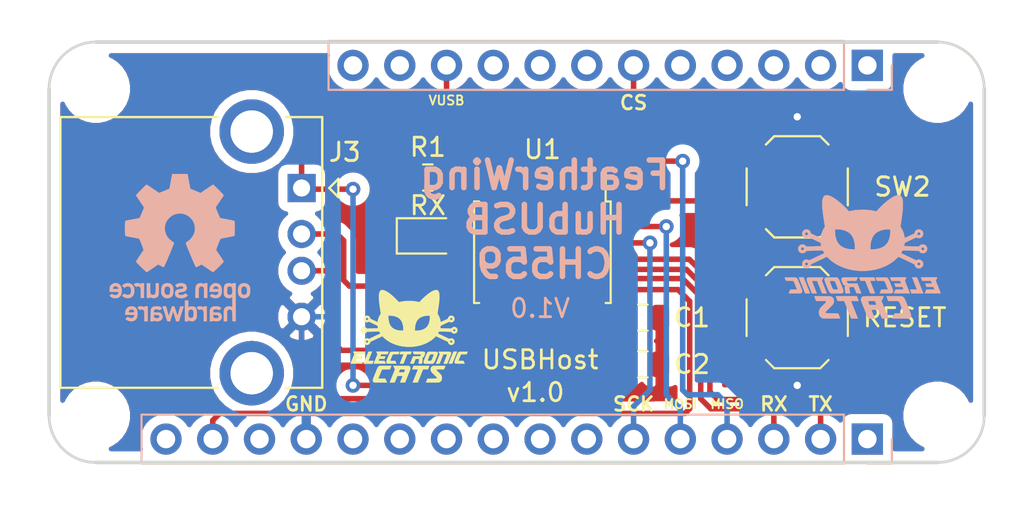
<source format=kicad_pcb>
(kicad_pcb (version 20171130) (host pcbnew "(5.1.5-0-10_14)")
  (layers (0 F.Cu signal) (31 B.Cu signal) (34 B.Paste user) (35 F.Paste user) (36 B.SilkS user) (37 F.SilkS user) (38 B.Mask user) (39 F.Mask user) (44 Edge.Cuts user))
  (net 0 "")
  (net 1 /TX)
  (net 2 /RX)
  (net 3 GND)
  (net 4 +3V3)
  (net 5 VBUS)
  (net 6 "Net-(J3-Pad5)")
  (net 7 /RST)
  (net 8 /PROG)
  (net 9 "Net-(U1-Pad13)")
  (net 10 "Net-(U1-Pad12)")
  (net 11 "Net-(U1-Pad11)")
  (net 12 "Net-(U1-Pad10)")
  (net 13 "Net-(U1-Pad8)")
  (net 14 "Net-(U1-Pad1)")
  (net 15 "Net-(J1-Pad1)")
  (net 16 "Net-(J1-Pad7)")
  (net 17 "Net-(J1-Pad8)")
  (net 18 "Net-(J1-Pad9)")
  (net 19 "Net-(J1-Pad10)")
  (net 20 "Net-(J1-Pad11)")
  (net 21 "Net-(J1-Pad12)")
  (net 22 "Net-(J1-Pad14)")
  (net 23 "Net-(J2-Pad1)")
  (net 24 "Net-(J2-Pad2)")
  (net 25 "Net-(J2-Pad3)")
  (net 26 "Net-(J2-Pad4)")
  (net 27 "Net-(J2-Pad5)")
  (net 28 "Net-(J2-Pad7)")
  (net 29 "Net-(J2-Pad8)")
  (net 30 "Net-(J2-Pad9)")
  (net 31 "Net-(J2-Pad11)")
  (net 32 "Net-(J2-Pad12)")
  (net 33 /D-)
  (net 34 /D+)
  (net 35 "Net-(J1-Pad16)")
  (net 36 /LED)
  (net 37 "Net-(D1-Pad1)")
  (net 38 /MISO)
  (net 39 /MOSI)
  (net 40 /SCK)
  (net 41 /CS)
  (module Button_Switch_SMD:SW_SPST_TL3342 (layer F.Cu) (at 66.04 33.274)
    (fp_text reference SW2 (at 5.715 0 180) (layer F.SilkS))
    (fp_text value DOWNLOADER)
    (pad 2 smd rect (at 3.15 1.9) (size 1.7 1) (layers F.Cu F.Paste F.Mask) (net 3 GND))
    (pad 2 smd rect (at -3.15 1.9) (size 1.7 1) (layers F.Cu F.Paste F.Mask) (net 3 GND))
    (pad 1 smd rect (at 3.15 -1.9) (size 1.7 1) (layers F.Cu F.Paste F.Mask) (net 8 /PROG))
    (pad 1 smd rect (at -3.15 -1.9) (size 1.7 1) (layers F.Cu F.Paste F.Mask) (net 8 /PROG))
  )
  (module Connector_USB:USB_A_CONNFLY_DS1095-WNR0 (layer F.Cu) (at 39.116 33.3375 270)
    (fp_text reference J3 (at -1.95 -2.35 180) (layer F.SilkS))
    (fp_text value USB_A)
    (pad 4 thru_hole circle (at 7 0 270) (size 1.524 1.524) (drill 0.92) (layers *.Cu *.Mask) (net 3 GND))
    (pad 3 thru_hole circle (at 4.5 0 270) (size 1.524 1.524) (drill 0.92) (layers *.Cu *.Mask) (net 34 /D+))
    (pad 2 thru_hole circle (at 2.5 0 270) (size 1.524 1.524) (drill 0.92) (layers *.Cu *.Mask) (net 33 /D-))
    (pad 1 thru_hole rect (at 0 0 270) (size 1.524 1.524) (drill 0.92) (layers *.Cu *.Mask) (net 5 VBUS))
    (pad 5 thru_hole circle (at -3.07 2.71 270) (size 3.5 3.5) (drill 2.3) (layers *.Cu *.Mask) (net 6 "Net-(J3-Pad5)"))
    (pad 5 thru_hole circle (at 10.07 2.71 270) (size 3.5 3.5) (drill 2.3) (layers *.Cu *.Mask) (net 6 "Net-(J3-Pad5)"))
  )
  (module Connector_PinHeader_2.54mm:PinHeader_1x16_P2.54mm_Vertical (layer B.Cu) (at 69.85 46.99 90)
    (fp_text reference J1 hide)
    (fp_text value "feather long" hide)
    (pad 1 thru_hole rect (at 0 0 90) (size 1.7 1.7) (drill 1) (layers *.Cu *.Mask) (net 15 "Net-(J1-Pad1)"))
    (pad 2 thru_hole oval (at 0 -2.54 90) (size 1.7 1.7) (drill 1) (layers *.Cu *.Mask) (net 1 /TX))
    (pad 3 thru_hole oval (at 0 -5.08 90) (size 1.7 1.7) (drill 1) (layers *.Cu *.Mask) (net 2 /RX))
    (pad 4 thru_hole oval (at 0 -7.62 90) (size 1.7 1.7) (drill 1) (layers *.Cu *.Mask) (net 38 /MISO))
    (pad 5 thru_hole oval (at 0 -10.16 90) (size 1.7 1.7) (drill 1) (layers *.Cu *.Mask) (net 39 /MOSI))
    (pad 6 thru_hole oval (at 0 -12.7 90) (size 1.7 1.7) (drill 1) (layers *.Cu *.Mask) (net 40 /SCK))
    (pad 7 thru_hole oval (at 0 -15.24 90) (size 1.7 1.7) (drill 1) (layers *.Cu *.Mask) (net 16 "Net-(J1-Pad7)"))
    (pad 8 thru_hole oval (at 0 -17.78 90) (size 1.7 1.7) (drill 1) (layers *.Cu *.Mask) (net 17 "Net-(J1-Pad8)"))
    (pad 9 thru_hole oval (at 0 -20.32 90) (size 1.7 1.7) (drill 1) (layers *.Cu *.Mask) (net 18 "Net-(J1-Pad9)"))
    (pad 10 thru_hole oval (at 0 -22.86 90) (size 1.7 1.7) (drill 1) (layers *.Cu *.Mask) (net 19 "Net-(J1-Pad10)"))
    (pad 11 thru_hole oval (at 0 -25.4 90) (size 1.7 1.7) (drill 1) (layers *.Cu *.Mask) (net 20 "Net-(J1-Pad11)"))
    (pad 12 thru_hole oval (at 0 -27.94 90) (size 1.7 1.7) (drill 1) (layers *.Cu *.Mask) (net 21 "Net-(J1-Pad12)"))
    (pad 13 thru_hole oval (at 0 -30.48 90) (size 1.7 1.7) (drill 1) (layers *.Cu *.Mask) (net 3 GND))
    (pad 14 thru_hole oval (at 0 -33.02 90) (size 1.7 1.7) (drill 1) (layers *.Cu *.Mask) (net 22 "Net-(J1-Pad14)"))
    (pad 15 thru_hole oval (at 0 -35.56 90) (size 1.7 1.7) (drill 1) (layers *.Cu *.Mask) (net 4 +3V3))
    (pad 16 thru_hole oval (at 0 -38.1 90) (size 1.7 1.7) (drill 1) (layers *.Cu *.Mask) (net 35 "Net-(J1-Pad16)"))
  )
  (module Aesthetics:electronic_cats_logo_4x3 (layer F.Cu) (at 44.958 41.402)
    (fp_text reference G*** hide)
    (fp_text value LOGO hide)
  )
  (module Symbol:OSHW-Logo_7.5x8mm_SilkScreen (layer B.Cu) (at 32.512 36.576 180)
    (fp_text reference REF** hide)
    (fp_text value OSHW-Logo_7.5x8mm_SilkScreen hide)
  )
  (module Aesthetics:electronic_cats_logo_8x6 (layer B.Cu) (at 69.596 37.084 180)
    (fp_text reference G*** hide)
    (fp_text value LOGO hide)
  )
  (module Resistor_SMD:R_0805_2012Metric (layer F.Cu) (at 45.974 32.766)
    (fp_text reference R1 (at 0 -1.65 180) (layer F.SilkS))
    (fp_text value 1K)
    (pad 2 smd roundrect (at 0.9375 0) (size 0.975 1.4) (layers F.Cu F.Paste F.Mask) (net 3 GND))
    (pad 1 smd roundrect (at -0.9375 0) (size 0.975 1.4) (layers F.Cu F.Paste F.Mask) (net 37 "Net-(D1-Pad1)"))
  )
  (module LED_SMD:LED_0805_2012Metric (layer F.Cu) (at 45.974 35.941)
    (fp_text reference RX (at 0 -1.65) (layer F.SilkS))
    (fp_text value LED)
    (pad 2 smd roundrect (at 0.9375 0) (size 0.975 1.4) (layers F.Cu F.Paste F.Mask) (net 36 /LED))
    (pad 1 smd roundrect (at -0.9375 0) (size 0.975 1.4) (layers F.Cu F.Paste F.Mask) (net 37 "Net-(D1-Pad1)"))
  )
  (module Connector_USB:USB_A_CONNFLY_DS1095-WNR0 (layer F.Cu) (at 39.116 33.3375 270)
    (fp_text reference J3 (at -1.95 -2.35 180) (layer F.SilkS))
    (fp_text value USB_A)
    (pad 4 thru_hole circle (at 7 0 270) (size 1.524 1.524) (drill 0.92) (layers *.Cu *.Mask) (net 3 GND))
    (pad 3 thru_hole circle (at 4.5 0 270) (size 1.524 1.524) (drill 0.92) (layers *.Cu *.Mask) (net 34 /D+))
    (pad 2 thru_hole circle (at 2.5 0 270) (size 1.524 1.524) (drill 0.92) (layers *.Cu *.Mask) (net 33 /D-))
    (pad 1 thru_hole rect (at 0 0 270) (size 1.524 1.524) (drill 0.92) (layers *.Cu *.Mask) (net 5 VBUS))
    (pad 5 thru_hole circle (at -3.07 2.71 270) (size 3.5 3.5) (drill 2.3) (layers *.Cu *.Mask) (net 6 "Net-(J3-Pad5)"))
    (pad 5 thru_hole circle (at 10.07 2.71 270) (size 3.5 3.5) (drill 2.3) (layers *.Cu *.Mask) (net 6 "Net-(J3-Pad5)"))
  )
  (module Capacitor_SMD:C_0805_2012Metric (layer F.Cu) (at 57.658 42.926)
    (fp_text reference C2 (at 2.667 0 180) (layer F.SilkS))
    (fp_text value 3.3uF)
    (pad 2 smd roundrect (at 0.9375 0) (size 0.975 1.4) (layers F.Cu F.Paste F.Mask) (net 3 GND))
    (pad 1 smd roundrect (at -0.9375 0) (size 0.975 1.4) (layers F.Cu F.Paste F.Mask) (net 5 VBUS))
  )
  (module Package_SO:SSOP-20_5.3x7.2mm_P0.65mm (layer F.Cu) (at 52.197 36.83 270)
    (fp_text reference U1 (at -5.588 0) (layer F.SilkS))
    (fp_text value CH559T)
    (pad 20 smd roundrect (at 3.5 -2.925 270) (size 1.9 0.5) (layers F.Cu F.Paste F.Mask) (net 4 +3V3))
    (pad 19 smd roundrect (at 3.5 -2.275 270) (size 1.9 0.5) (layers F.Cu F.Paste F.Mask) (net 5 VBUS))
    (pad 18 smd roundrect (at 3.5 -1.625 270) (size 1.9 0.5) (layers F.Cu F.Paste F.Mask) (net 3 GND))
    (pad 17 smd roundrect (at 3.5 -0.975 270) (size 1.9 0.5) (layers F.Cu F.Paste F.Mask) (net 2 /RX))
    (pad 16 smd roundrect (at 3.5 -0.325 270) (size 1.9 0.5) (layers F.Cu F.Paste F.Mask) (net 1 /TX))
    (pad 15 smd roundrect (at 3.5 0.325 270) (size 1.9 0.5) (layers F.Cu F.Paste F.Mask) (net 33 /D-))
    (pad 14 smd roundrect (at 3.5 0.975 270) (size 1.9 0.5) (layers F.Cu F.Paste F.Mask) (net 34 /D+))
    (pad 13 smd roundrect (at 3.5 1.625 270) (size 1.9 0.5) (layers F.Cu F.Paste F.Mask) (net 9 "Net-(U1-Pad13)"))
    (pad 12 smd roundrect (at 3.5 2.275 270) (size 1.9 0.5) (layers F.Cu F.Paste F.Mask) (net 10 "Net-(U1-Pad12)"))
    (pad 11 smd roundrect (at 3.5 2.925 270) (size 1.9 0.5) (layers F.Cu F.Paste F.Mask) (net 11 "Net-(U1-Pad11)"))
    (pad 10 smd roundrect (at -3.5 2.925 270) (size 1.9 0.5) (layers F.Cu F.Paste F.Mask) (net 12 "Net-(U1-Pad10)"))
    (pad 9 smd roundrect (at -3.5 2.275 270) (size 1.9 0.5) (layers F.Cu F.Paste F.Mask) (net 8 /PROG))
    (pad 8 smd roundrect (at -3.5 1.625 270) (size 1.9 0.5) (layers F.Cu F.Paste F.Mask) (net 13 "Net-(U1-Pad8)"))
    (pad 7 smd roundrect (at -3.5 0.975 270) (size 1.9 0.5) (layers F.Cu F.Paste F.Mask) (net 36 /LED))
    (pad 6 smd roundrect (at -3.5 0.325 270) (size 1.9 0.5) (layers F.Cu F.Paste F.Mask) (net 7 /RST))
    (pad 5 smd roundrect (at -3.5 -0.325 270) (size 1.9 0.5) (layers F.Cu F.Paste F.Mask) (net 40 /SCK))
    (pad 4 smd roundrect (at -3.5 -0.975 270) (size 1.9 0.5) (layers F.Cu F.Paste F.Mask) (net 38 /MISO))
    (pad 3 smd roundrect (at -3.5 -1.625 270) (size 1.9 0.5) (layers F.Cu F.Paste F.Mask) (net 39 /MOSI))
    (pad 2 smd roundrect (at -3.5 -2.275 270) (size 1.9 0.5) (layers F.Cu F.Paste F.Mask) (net 41 /CS))
    (pad 1 smd roundrect (at -3.5 -2.925 270) (size 1.9 0.5) (layers F.Cu F.Paste F.Mask) (net 14 "Net-(U1-Pad1)"))
  )
  (module Button_Switch_SMD:SW_SPST_TL3342 (layer F.Cu) (at 66.04 33.274)
    (fp_text reference SW2 (at 5.715 0 180) (layer F.SilkS))
    (fp_text value DOWNLOADER)
    (pad 2 smd rect (at 3.15 1.9) (size 1.7 1) (layers F.Cu F.Paste F.Mask) (net 3 GND))
    (pad 2 smd rect (at -3.15 1.9) (size 1.7 1) (layers F.Cu F.Paste F.Mask) (net 3 GND))
    (pad 1 smd rect (at 3.15 -1.9) (size 1.7 1) (layers F.Cu F.Paste F.Mask) (net 8 /PROG))
    (pad 1 smd rect (at -3.15 -1.9) (size 1.7 1) (layers F.Cu F.Paste F.Mask) (net 8 /PROG))
  )
  (module Button_Switch_SMD:SW_SPST_TL3342 (layer F.Cu) (at 66.04 40.386)
    (fp_text reference RESET (at 5.842 0 180) (layer F.SilkS))
    (fp_text value RESET)
    (pad 2 smd rect (at 3.15 1.9) (size 1.7 1) (layers F.Cu F.Paste F.Mask) (net 3 GND))
    (pad 2 smd rect (at -3.15 1.9) (size 1.7 1) (layers F.Cu F.Paste F.Mask) (net 3 GND))
    (pad 1 smd rect (at 3.15 -1.9) (size 1.7 1) (layers F.Cu F.Paste F.Mask) (net 7 /RST))
    (pad 1 smd rect (at -3.15 -1.9) (size 1.7 1) (layers F.Cu F.Paste F.Mask) (net 7 /RST))
  )
  (module Capacitor_SMD:C_0805_2012Metric (layer F.Cu) (at 57.658 40.386)
    (fp_text reference C1 (at 2.667 0 180) (layer F.SilkS))
    (fp_text value 0.1uF)
    (pad 2 smd roundrect (at 0.9375 0) (size 0.975 1.4) (layers F.Cu F.Paste F.Mask) (net 3 GND))
    (pad 1 smd roundrect (at -0.9375 0) (size 0.975 1.4) (layers F.Cu F.Paste F.Mask) (net 4 +3V3))
  )
  (module MountingHole:MountingHole_2.7mm_M2.5 (layer F.Cu) (at 73.66 27.94)
    (fp_text reference REF** hide)
    (fp_text value MountingHole_2.7mm_M2.5 hide)
    (pad 1 np_thru_hole circle (at 0 0) (size 2.7 2.7) (drill 2.7) (layers *.Cu *.Mask))
  )
  (module MountingHole:MountingHole_2.7mm_M2.5 (layer F.Cu) (at 73.66 45.72)
    (fp_text reference REF** hide)
    (fp_text value MountingHole_2.7mm_M2.5 hide)
    (pad 1 np_thru_hole circle (at 0 0) (size 2.7 2.7) (drill 2.7) (layers *.Cu *.Mask))
  )
  (module MountingHole:MountingHole_2.7mm_M2.5 (layer F.Cu) (at 27.94 45.72)
    (fp_text reference REF** hide)
    (fp_text value MountingHole_2.7mm_M2.5 hide)
    (pad 1 np_thru_hole circle (at 0 0) (size 2.7 2.7) (drill 2.7) (layers *.Cu *.Mask))
  )
  (module MountingHole:MountingHole_2.7mm_M2.5 (layer F.Cu) (at 27.94 27.94)
    (fp_text reference REF** hide)
    (fp_text value MountingHole_2.7mm_M2.5 hide)
    (pad 1 np_thru_hole circle (at 0 0) (size 2.7 2.7) (drill 2.7) (layers *.Cu *.Mask))
  )
  (module Connector_PinHeader_2.54mm:PinHeader_1x12_P2.54mm_Vertical (layer B.Cu) (at 69.85 26.67 90)
    (fp_text reference J2 hide)
    (fp_text value "feather short" hide)
    (pad 1 thru_hole rect (at 0 0 90) (size 1.7 1.7) (drill 1) (layers *.Cu *.Mask) (net 23 "Net-(J2-Pad1)"))
    (pad 2 thru_hole oval (at 0 -2.54 90) (size 1.7 1.7) (drill 1) (layers *.Cu *.Mask) (net 24 "Net-(J2-Pad2)"))
    (pad 3 thru_hole oval (at 0 -5.08 90) (size 1.7 1.7) (drill 1) (layers *.Cu *.Mask) (net 25 "Net-(J2-Pad3)"))
    (pad 4 thru_hole oval (at 0 -7.62 90) (size 1.7 1.7) (drill 1) (layers *.Cu *.Mask) (net 26 "Net-(J2-Pad4)"))
    (pad 5 thru_hole oval (at 0 -10.16 90) (size 1.7 1.7) (drill 1) (layers *.Cu *.Mask) (net 27 "Net-(J2-Pad5)"))
    (pad 6 thru_hole oval (at 0 -12.7 90) (size 1.7 1.7) (drill 1) (layers *.Cu *.Mask) (net 41 /CS))
    (pad 7 thru_hole oval (at 0 -15.24 90) (size 1.7 1.7) (drill 1) (layers *.Cu *.Mask) (net 28 "Net-(J2-Pad7)"))
    (pad 8 thru_hole oval (at 0 -17.78 90) (size 1.7 1.7) (drill 1) (layers *.Cu *.Mask) (net 29 "Net-(J2-Pad8)"))
    (pad 9 thru_hole oval (at 0 -20.32 90) (size 1.7 1.7) (drill 1) (layers *.Cu *.Mask) (net 30 "Net-(J2-Pad9)"))
    (pad 10 thru_hole oval (at 0 -22.86 90) (size 1.7 1.7) (drill 1) (layers *.Cu *.Mask) (net 5 VBUS))
    (pad 11 thru_hole oval (at 0 -25.4 90) (size 1.7 1.7) (drill 1) (layers *.Cu *.Mask) (net 31 "Net-(J2-Pad11)"))
    (pad 12 thru_hole oval (at 0 -27.94 90) (size 1.7 1.7) (drill 1) (layers *.Cu *.Mask) (net 32 "Net-(J2-Pad12)"))
  )
  (gr_text V1.0 (at 52.07 39.878) (layer B.SilkS) (effects (font (size 1 1)) (justify mirror)))
  (gr_text v1.0 (at 51.816 44.45) (layer F.SilkS) (effects (font (size 1 1))))
  (gr_text USBHost (at 52.07 42.672) (layer F.SilkS) (effects (font (size 1 1))))
  (gr_text CS (at 57.15 28.702) (layer F.SilkS) (effects (font (size 0.75 0.75))))
  (gr_text "FeatherWing\nHubUSB\nCH559" (at 52.324 35.052) (layer B.SilkS) (effects (font (size 1.5 1.5) (thickness 0.3)) (justify mirror)))
  (gr_text VUSB (at 46.99 28.575) (layer F.SilkS) (effects (font (size 0.5 0.5) (thickness 0.1))))
  (gr_text TX (at 67.31 45.085) (layer F.SilkS) (effects (font (size 0.75 0.75))))
  (gr_text RX (at 64.77 45.085) (layer F.SilkS) (effects (font (size 0.75 0.75))))
  (gr_text MISO (at 62.23 45.085) (layer F.SilkS) (effects (font (size 0.5 0.5) (thickness 0.1))))
  (gr_text MOSI (at 59.69 45.085) (layer F.SilkS) (effects (font (size 0.5 0.5) (thickness 0.1))))
  (gr_text SCK (at 57.15 45.085) (layer F.SilkS) (effects (font (size 0.75 0.75))))
  (gr_text GND (at 39.37 45.085) (layer F.SilkS) (effects (font (size 0.75 0.75))))
  (gr_arc (start 73.66 27.94) (end 76.2 27.94) (angle -90) (layer Edge.Cuts) (width 0.15))
  (gr_arc (start 73.66 45.72) (end 73.66 48.26) (angle -90) (layer Edge.Cuts) (width 0.15))
  (gr_arc (start 27.94 45.72) (end 25.4 45.72) (angle -90) (layer Edge.Cuts) (width 0.15))
  (gr_arc (start 27.94 27.94) (end 27.94 25.4) (angle -90) (layer Edge.Cuts) (width 0.15))
  (gr_line (start 25.4 45.72) (end 25.4 27.94) (layer Edge.Cuts) (width 0.2))
  (gr_line (start 73.66 48.26) (end 27.94 48.26) (layer Edge.Cuts) (width 0.2))
  (gr_line (start 76.2 27.94) (end 76.2 45.72) (layer Edge.Cuts) (width 0.2))
  (gr_line (start 27.94 25.4) (end 73.66 25.4) (layer Edge.Cuts) (width 0.2))
  (segment (start 52.59699 40.25501) (end 52.522 40.33) (width 0.25) (layer F.Cu) (net 1))
  (segment (start 67.31 45.212) (end 67.31 46.99) (width 0.3) (layer F.Cu) (net 1))
  (segment (start 67.31 45.085) (end 67.31 45.212) (width 0.3) (layer F.Cu) (net 1))
  (segment (start 61.71401 44.83899) (end 67.06399 44.83899) (width 0.3) (layer F.Cu) (net 1))
  (segment (start 52.522 40.33) (end 52.522 38.46488) (width 0.3) (layer F.Cu) (net 1))
  (segment (start 53.2249 37.76198) (end 60.018642 37.76198) (width 0.3) (layer F.Cu) (net 1))
  (segment (start 67.06399 44.83899) (end 67.31 45.085) (width 0.3) (layer F.Cu) (net 1))
  (segment (start 60.018642 37.76198) (end 61.298018 39.041358) (width 0.3) (layer F.Cu) (net 1))
  (segment (start 52.522 38.46488) (end 53.2249 37.76198) (width 0.3) (layer F.Cu) (net 1))
  (segment (start 61.298018 39.041358) (end 61.298018 44.422998) (width 0.3) (layer F.Cu) (net 1))
  (segment (start 61.298018 44.422998) (end 61.71401 44.83899) (width 0.3) (layer F.Cu) (net 1))
  (segment (start 64.77 45.593) (end 64.77 46.99) (width 0.3) (layer F.Cu) (net 2))
  (segment (start 64.516 45.339) (end 64.77 45.593) (width 0.3) (layer F.Cu) (net 2))
  (segment (start 61.341 45.339) (end 64.516 45.339) (width 0.3) (layer F.Cu) (net 2))
  (segment (start 53.172 40.33) (end 53.172 38.522) (width 0.3) (layer F.Cu) (net 2))
  (segment (start 53.172 38.522) (end 53.43201 38.26199) (width 0.3) (layer F.Cu) (net 2))
  (segment (start 60.79801 44.79601) (end 61.341 45.339) (width 0.3) (layer F.Cu) (net 2))
  (segment (start 53.43201 38.26199) (end 59.811532 38.26199) (width 0.3) (layer F.Cu) (net 2))
  (segment (start 59.811532 38.26199) (end 60.798009 39.248467) (width 0.3) (layer F.Cu) (net 2))
  (segment (start 60.798009 39.248467) (end 60.79801 44.79601) (width 0.3) (layer F.Cu) (net 2))
  (segment (start 39.116 46.736) (end 39.37 46.99) (width 0.5) (layer B.Cu) (net 3))
  (segment (start 58.5955 40.386) (end 58.5955 42.418) (width 0.3) (layer F.Cu) (net 3))
  (segment (start 53.822 41.174) (end 53.848 41.2) (width 0.25) (layer F.Cu) (net 3))
  (segment (start 53.822 40.33) (end 53.822 41.174) (width 0.25) (layer F.Cu) (net 3))
  (segment (start 66.04 29.464) (end 66.04 29.464) (width 0.25) (layer F.Cu) (net 3))
  (via (at 66.04 29.464) (size 0.8) (drill 0.4) (layers F.Cu B.Cu) (net 3))
  (segment (start 66.04 44.069) (end 66.04 44.069) (width 0.25) (layer B.Cu) (net 3))
  (via (at 66.04 44.069) (size 0.8) (drill 0.4) (layers F.Cu B.Cu) (net 3))
  (segment (start 66.04 44.069) (end 66.04 42.291) (width 0.3) (layer F.Cu) (net 3))
  (segment (start 66.04 42.291) (end 66.045 42.286) (width 0.25) (layer F.Cu) (net 3))
  (segment (start 62.89 42.286) (end 66.045 42.286) (width 0.3) (layer F.Cu) (net 3))
  (segment (start 66.045 42.286) (end 69.19 42.286) (width 0.3) (layer F.Cu) (net 3))
  (segment (start 66.04 43.343999) (end 66.04 44.069) (width 0.25) (layer B.Cu) (net 3))
  (segment (start 66.04 29.464) (end 66.04 43.343999) (width 0.3) (layer B.Cu) (net 3))
  (segment (start 66.04 29.464) (end 41.275 29.464) (width 0.3) (layer B.Cu) (net 3))
  (segment (start 41.275 29.464) (end 40.894 29.845) (width 0.3) (layer B.Cu) (net 3))
  (segment (start 40.894 29.845) (end 40.894 40.132) (width 0.3) (layer B.Cu) (net 3))
  (segment (start 40.6885 40.3375) (end 39.116 40.3375) (width 0.3) (layer B.Cu) (net 3))
  (segment (start 40.894 40.132) (end 40.6885 40.3375) (width 0.3) (layer B.Cu) (net 3))
  (segment (start 39.37 46.99) (end 39.395 46.965) (width 0.25) (layer B.Cu) (net 3))
  (segment (start 39.116 43.688) (end 39.116 43.815) (width 0.25) (layer F.Cu) (net 3))
  (segment (start 58.5955 42.418) (end 58.572 42.4415) (width 0.25) (layer F.Cu) (net 3))
  (segment (start 58.572 44.475) (end 58.256001 44.790999) (width 0.3) (layer F.Cu) (net 3))
  (segment (start 58.256001 44.790999) (end 58.256001 44.794001) (width 0.25) (layer F.Cu) (net 3))
  (segment (start 39.116 44.45) (end 39.460001 44.794001) (width 0.3) (layer F.Cu) (net 3))
  (segment (start 58.256001 44.794001) (end 39.460001 44.794001) (width 0.3) (layer F.Cu) (net 3))
  (segment (start 39.116 44.45) (end 39.116 43.688) (width 0.3) (layer F.Cu) (net 3))
  (segment (start 58.5955 44.4515) (end 58.572 44.475) (width 0.3) (layer F.Cu) (net 3))
  (segment (start 58.5955 42.926) (end 58.5955 44.4515) (width 0.3) (layer F.Cu) (net 3))
  (segment (start 53.822 42.825) (end 53.822 40.33) (width 0.3) (layer F.Cu) (net 3))
  (segment (start 53.594 43.053) (end 53.822 42.825) (width 0.3) (layer F.Cu) (net 3))
  (segment (start 39.624 43.053) (end 53.594 43.053) (width 0.3) (layer F.Cu) (net 3))
  (segment (start 39.116 43.053) (end 39.624 43.053) (width 0.3) (layer F.Cu) (net 3))
  (segment (start 39.116 42.672) (end 39.116 40.3375) (width 0.3) (layer F.Cu) (net 3))
  (segment (start 39.116 43.053) (end 39.116 42.672) (width 0.3) (layer F.Cu) (net 3))
  (segment (start 39.624 43.053) (end 39.497 43.053) (width 0.3) (layer F.Cu) (net 3))
  (segment (start 39.116 43.688) (end 39.116 43.434) (width 0.3) (layer F.Cu) (net 3))
  (segment (start 39.116 43.434) (end 39.116 43.053) (width 0.3) (layer F.Cu) (net 3))
  (segment (start 39.116 42.672) (end 39.497 43.053) (width 0.3) (layer F.Cu) (net 3))
  (segment (start 39.116 43.434) (end 39.497 43.053) (width 0.3) (layer F.Cu) (net 3))
  (segment (start 69.19 35.174) (end 62.89 35.174) (width 0.3) (layer F.Cu) (net 3))
  (segment (start 69.19 35.174) (end 70.48 35.174) (width 0.3) (layer F.Cu) (net 3))
  (segment (start 70.48 35.174) (end 70.739 35.433) (width 0.3) (layer F.Cu) (net 3))
  (segment (start 70.739 35.433) (end 70.739 42.037) (width 0.3) (layer F.Cu) (net 3))
  (segment (start 70.49 42.286) (end 69.19 42.286) (width 0.3) (layer F.Cu) (net 3))
  (segment (start 70.739 42.037) (end 70.49 42.286) (width 0.3) (layer F.Cu) (net 3))
  (segment (start 66.04 29.464) (end 47.371 29.464) (width 0.3) (layer F.Cu) (net 3))
  (segment (start 46.9115 29.9235) (end 46.9115 32.766) (width 0.3) (layer F.Cu) (net 3))
  (segment (start 47.371 29.464) (end 46.9115 29.9235) (width 0.3) (layer F.Cu) (net 3))
  (segment (start 39.37 46.99) (end 39.37 45.212) (width 0.3) (layer B.Cu) (net 3))
  (segment (start 39.116 44.958) (end 39.116 40.3375) (width 0.3) (layer B.Cu) (net 3))
  (segment (start 39.37 45.212) (end 39.116 44.958) (width 0.3) (layer B.Cu) (net 3))
  (segment (start 55.178 40.386) (end 55.122 40.33) (width 0.25) (layer F.Cu) (net 4))
  (segment (start 55.22801 40.386) (end 55.17201 40.33) (width 0.5) (layer F.Cu) (net 4))
  (segment (start 56.7205 40.386) (end 55.22801 40.386) (width 0.3) (layer F.Cu) (net 4))
  (segment (start 34.29 46.482) (end 34.29 46.99) (width 0.5) (layer F.Cu) (net 4))
  (segment (start 56.7205 39.2915) (end 56.7205 40.386) (width 0.3) (layer F.Cu) (net 4))
  (segment (start 57.15 38.862) (end 56.7205 39.2915) (width 0.3) (layer F.Cu) (net 4))
  (segment (start 34.29 45.974) (end 34.671 45.593) (width 0.3) (layer F.Cu) (net 4))
  (segment (start 34.29 46.99) (end 34.29 45.974) (width 0.3) (layer F.Cu) (net 4))
  (segment (start 60.198 45.339) (end 60.198 39.497) (width 0.3) (layer F.Cu) (net 4))
  (segment (start 60.198 39.497) (end 59.563 38.862) (width 0.3) (layer F.Cu) (net 4))
  (segment (start 59.563 38.862) (end 57.15 38.862) (width 0.3) (layer F.Cu) (net 4))
  (segment (start 34.671 45.593) (end 59.944 45.593) (width 0.3) (layer F.Cu) (net 4))
  (segment (start 59.944 45.593) (end 60.198 45.339) (width 0.3) (layer F.Cu) (net 4))
  (via (at 41.91 33.401) (size 0.8) (drill 0.4) (layers F.Cu B.Cu) (net 5))
  (via (at 41.91 44.069) (size 0.8) (drill 0.4) (layers F.Cu B.Cu) (net 5))
  (segment (start 39.1795 33.401) (end 39.116 33.3375) (width 0.25) (layer F.Cu) (net 5))
  (segment (start 41.91 33.401) (end 39.1795 33.401) (width 0.3) (layer F.Cu) (net 5))
  (segment (start 41.91 33.401) (end 41.91 44.069) (width 0.3) (layer B.Cu) (net 5))
  (segment (start 54.229 44.069) (end 41.91 44.069) (width 0.3) (layer F.Cu) (net 5))
  (segment (start 54.472 43.826) (end 54.229 44.069) (width 0.3) (layer F.Cu) (net 5))
  (segment (start 54.483 42.926) (end 54.472 42.937) (width 0.3) (layer F.Cu) (net 5))
  (segment (start 54.472 43.296) (end 54.494 43.296) (width 0.3) (layer F.Cu) (net 5))
  (segment (start 54.864 42.926) (end 54.483 42.926) (width 0.3) (layer F.Cu) (net 5))
  (segment (start 56.7205 42.926) (end 54.864 42.926) (width 0.3) (layer F.Cu) (net 5))
  (segment (start 54.494 43.296) (end 54.864 42.926) (width 0.3) (layer F.Cu) (net 5))
  (segment (start 54.472 43.296) (end 54.472 43.826) (width 0.3) (layer F.Cu) (net 5))
  (segment (start 54.472 42.937) (end 54.472 43.296) (width 0.3) (layer F.Cu) (net 5))
  (segment (start 54.494 42.556) (end 54.864 42.926) (width 0.3) (layer F.Cu) (net 5))
  (segment (start 54.472 42.556) (end 54.472 42.937) (width 0.3) (layer F.Cu) (net 5))
  (segment (start 54.472 42.556) (end 54.494 42.556) (width 0.3) (layer F.Cu) (net 5))
  (segment (start 54.472 40.33) (end 54.472 42.556) (width 0.3) (layer F.Cu) (net 5))
  (segment (start 46.99 28.448) (end 46.99 26.67) (width 0.3) (layer F.Cu) (net 5))
  (segment (start 39.497 28.829) (end 46.609 28.829) (width 0.3) (layer F.Cu) (net 5))
  (segment (start 39.116 33.3375) (end 39.116 29.21) (width 0.3) (layer F.Cu) (net 5))
  (segment (start 46.609 28.829) (end 46.99 28.448) (width 0.3) (layer F.Cu) (net 5))
  (segment (start 39.116 29.21) (end 39.497 28.829) (width 0.3) (layer F.Cu) (net 5))
  (segment (start 51.872 33.33) (end 51.872 34.28) (width 0.25) (layer F.Cu) (net 7))
  (segment (start 61.44978 38.486) (end 60.17478 37.211) (width 0.3) (layer F.Cu) (net 7))
  (segment (start 61.79 38.486) (end 61.44978 38.486) (width 0.3) (layer F.Cu) (net 7))
  (segment (start 51.872 36.774) (end 51.887 36.774) (width 0.3) (layer F.Cu) (net 7))
  (segment (start 60.17478 37.211) (end 52.324 37.211) (width 0.3) (layer F.Cu) (net 7))
  (segment (start 51.887 36.774) (end 52.324 37.211) (width 0.3) (layer F.Cu) (net 7))
  (segment (start 51.872 36.774) (end 51.872 33.33) (width 0.3) (layer F.Cu) (net 7))
  (segment (start 61.79 38.486) (end 62.89 38.486) (width 0.3) (layer F.Cu) (net 7))
  (segment (start 69.19 38.486) (end 62.89 38.486) (width 0.3) (layer F.Cu) (net 7))
  (segment (start 69.19 31.374) (end 62.89 31.374) (width 0.25) (layer F.Cu) (net 8))
  (segment (start 49.922 33.33) (end 49.922 32.269) (width 0.25) (layer F.Cu) (net 8))
  (segment (start 62.89 31.374) (end 62.89 30.505) (width 0.3) (layer F.Cu) (net 8))
  (segment (start 62.89 30.505) (end 62.611 30.226) (width 0.3) (layer F.Cu) (net 8))
  (segment (start 62.611 30.226) (end 50.165 30.226) (width 0.3) (layer F.Cu) (net 8))
  (segment (start 49.922 30.469) (end 49.922 33.33) (width 0.3) (layer F.Cu) (net 8))
  (segment (start 50.165 30.226) (end 49.922 30.469) (width 0.3) (layer F.Cu) (net 8))
  (segment (start 51.872 40.33) (end 51.872 38.918) (width 0.3) (layer F.Cu) (net 33))
  (segment (start 51.872 38.918) (end 51.6255 38.6715) (width 0.3) (layer F.Cu) (net 33))
  (segment (start 39.116 35.8375) (end 41.0445 35.8375) (width 0.3) (layer F.Cu) (net 33))
  (segment (start 41.0445 35.8375) (end 41.402 36.195) (width 0.3) (layer F.Cu) (net 33))
  (segment (start 41.402 36.195) (end 41.402 38.354) (width 0.3) (layer F.Cu) (net 33))
  (segment (start 41.7195 38.6715) (end 51.6255 38.6715) (width 0.3) (layer F.Cu) (net 33))
  (segment (start 41.402 38.354) (end 41.7195 38.6715) (width 0.3) (layer F.Cu) (net 33))
  (segment (start 39.116 37.8375) (end 40.5045 37.8375) (width 0.3) (layer F.Cu) (net 34))
  (segment (start 40.5045 37.8375) (end 40.894 38.227) (width 0.3) (layer F.Cu) (net 34))
  (segment (start 40.894 38.227) (end 40.894 41.783) (width 0.3) (layer F.Cu) (net 34))
  (segment (start 40.894 41.783) (end 41.275 42.164) (width 0.3) (layer F.Cu) (net 34))
  (segment (start 41.275 42.164) (end 50.927 42.164) (width 0.3) (layer F.Cu) (net 34))
  (segment (start 51.222 41.869) (end 51.222 40.33) (width 0.3) (layer F.Cu) (net 34))
  (segment (start 50.927 42.164) (end 51.222 41.869) (width 0.3) (layer F.Cu) (net 34))
  (segment (start 51.222 33.33) (end 51.222 35.646) (width 0.3) (layer F.Cu) (net 36))
  (segment (start 50.927 35.941) (end 46.9115 35.941) (width 0.3) (layer F.Cu) (net 36))
  (segment (start 51.222 35.646) (end 50.927 35.941) (width 0.3) (layer F.Cu) (net 36))
  (segment (start 45.0365 35.941) (end 45.0365 32.766) (width 0.3) (layer F.Cu) (net 37))
  (via (at 59.817 31.877) (size 0.8) (drill 0.4) (layers F.Cu B.Cu) (net 38))
  (segment (start 59.653001 31.913999) (end 59.69 31.877) (width 0.25) (layer B.Cu) (net 38))
  (segment (start 62.23 46.99) (end 62.23 45.085) (width 0.3) (layer B.Cu) (net 38))
  (segment (start 62.23 45.085) (end 61.722 44.577) (width 0.3) (layer B.Cu) (net 38))
  (segment (start 61.722 44.577) (end 60.071 44.577) (width 0.3) (layer B.Cu) (net 38))
  (segment (start 59.817 44.323) (end 60.071 44.577) (width 0.3) (layer B.Cu) (net 38))
  (segment (start 59.817 31.877) (end 59.817 44.323) (width 0.3) (layer B.Cu) (net 38))
  (segment (start 53.172 32.172) (end 53.467 31.877) (width 0.3) (layer F.Cu) (net 38))
  (segment (start 53.467 31.877) (end 59.817 31.877) (width 0.3) (layer F.Cu) (net 38))
  (segment (start 53.172 33.33) (end 53.172 32.172) (width 0.3) (layer F.Cu) (net 38))
  (via (at 58.928 35.433) (size 0.8) (drill 0.4) (layers F.Cu B.Cu) (net 39))
  (segment (start 58.85899 35.37501) (end 58.928 35.306) (width 0.25) (layer F.Cu) (net 39))
  (segment (start 53.822 34.808765) (end 53.822 33.33) (width 0.3) (layer F.Cu) (net 39))
  (segment (start 54.446235 35.433) (end 53.822 34.808765) (width 0.3) (layer F.Cu) (net 39))
  (segment (start 58.928 35.433) (end 54.446235 35.433) (width 0.3) (layer F.Cu) (net 39))
  (segment (start 59.69 46.99) (end 59.69 45.247354) (width 0.3) (layer B.Cu) (net 39))
  (segment (start 59.055 35.56) (end 58.928 35.433) (width 0.3) (layer B.Cu) (net 39))
  (segment (start 59.69 45.247354) (end 59.598354 45.247354) (width 0.3) (layer B.Cu) (net 39))
  (segment (start 58.928 44.577) (end 58.928 35.433) (width 0.3) (layer B.Cu) (net 39))
  (segment (start 59.598354 45.247354) (end 58.928 44.577) (width 0.3) (layer B.Cu) (net 39))
  (segment (start 58.166 36.322) (end 58.166 36.322) (width 0.25) (layer B.Cu) (net 40))
  (via (at 58.039 36.322) (size 0.8) (drill 0.4) (layers F.Cu B.Cu) (net 40))
  (segment (start 58.166 36.322) (end 52.959 36.322) (width 0.3) (layer F.Cu) (net 40))
  (segment (start 52.522 35.885) (end 52.522 33.33) (width 0.3) (layer F.Cu) (net 40))
  (segment (start 52.959 36.322) (end 52.522 35.885) (width 0.3) (layer F.Cu) (net 40))
  (segment (start 58.039 44.323) (end 58.039 36.322) (width 0.3) (layer B.Cu) (net 40))
  (segment (start 57.15 45.212) (end 58.039 44.323) (width 0.3) (layer B.Cu) (net 40))
  (segment (start 57.15 46.99) (end 57.15 45.212) (width 0.3) (layer B.Cu) (net 40))
  (segment (start 58.039 34.798) (end 58.801 34.036) (width 0.3) (layer F.Cu) (net 41))
  (segment (start 54.494 34.428) (end 54.864 34.798) (width 0.3) (layer F.Cu) (net 41))
  (segment (start 54.472 34.428) (end 54.494 34.428) (width 0.3) (layer F.Cu) (net 41))
  (segment (start 54.864 34.798) (end 58.039 34.798) (width 0.3) (layer F.Cu) (net 41))
  (segment (start 54.472 33.33) (end 54.472 34.428) (width 0.3) (layer F.Cu) (net 41))
  (segment (start 57.15 26.67) (end 57.15 28.067) (width 0.3) (layer F.Cu) (net 41))
  (segment (start 57.15 28.067) (end 57.404 28.321) (width 0.3) (layer F.Cu) (net 41))
  (segment (start 57.404 28.321) (end 70.485 28.321) (width 0.3) (layer F.Cu) (net 41))
  (segment (start 70.485 28.321) (end 70.739 28.575) (width 0.3) (layer F.Cu) (net 41))
  (segment (start 70.739 33.655) (end 70.358 34.036) (width 0.3) (layer F.Cu) (net 41))
  (segment (start 58.801 34.036) (end 70.358 34.036) (width 0.3) (layer F.Cu) (net 41))
  (segment (start 70.739 28.575) (end 70.739 33.655) (width 0.3) (layer F.Cu) (net 41))
  (zone (net 3) (net_name GND) (layer B.Cu) (connect_pads (clearance 0.508)) (min_thickness 0.254) (fill yes (arc_segments 32) (thermal_gap 0.508) (thermal_bridge_width 0.508))
    (polygon (pts (xy 77.216 49.403) (xy 24.13 49.403) (xy 24.003 24.13) (xy 77.216 24.003)))
  )
  (zone (net 3) (net_name GND) (layer F.Cu) (connect_pads (clearance 0.508)) (min_thickness 0.254) (fill yes (arc_segments 32) (thermal_gap 0.508) (thermal_bridge_width 0.508))
    (polygon (pts (xy 78.359 50.673) (xy 22.733 50.8) (xy 22.733 23.114) (xy 78.359 23.114)))
  )
)
</source>
